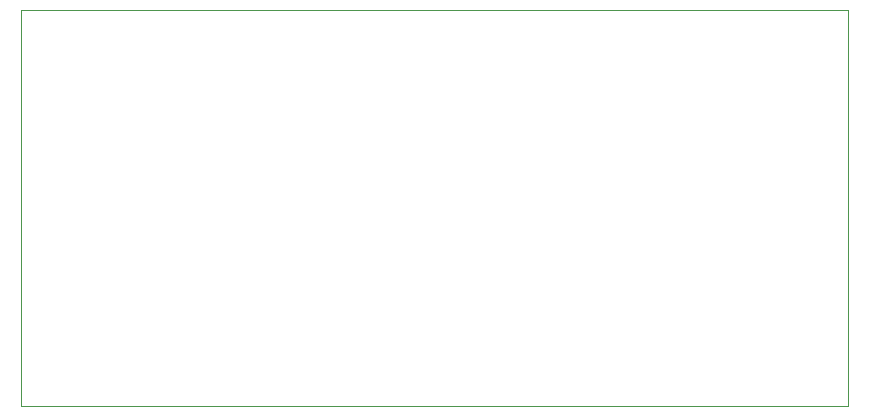
<source format=gm1>
%TF.GenerationSoftware,KiCad,Pcbnew,9.0.0-9.0.0-2~ubuntu24.04.1*%
%TF.CreationDate,2025-03-28T20:06:40+01:00*%
%TF.ProjectId,MarstekMonitor,4d617273-7465-46b4-9d6f-6e69746f722e,rev?*%
%TF.SameCoordinates,Original*%
%TF.FileFunction,Profile,NP*%
%FSLAX46Y46*%
G04 Gerber Fmt 4.6, Leading zero omitted, Abs format (unit mm)*
G04 Created by KiCad (PCBNEW 9.0.0-9.0.0-2~ubuntu24.04.1) date 2025-03-28 20:06:40*
%MOMM*%
%LPD*%
G01*
G04 APERTURE LIST*
%TA.AperFunction,Profile*%
%ADD10C,0.050000*%
%TD*%
G04 APERTURE END LIST*
D10*
X87000000Y-62500000D02*
X157000000Y-62500000D01*
X157000000Y-96000000D01*
X87000000Y-96000000D01*
X87000000Y-62500000D01*
M02*

</source>
